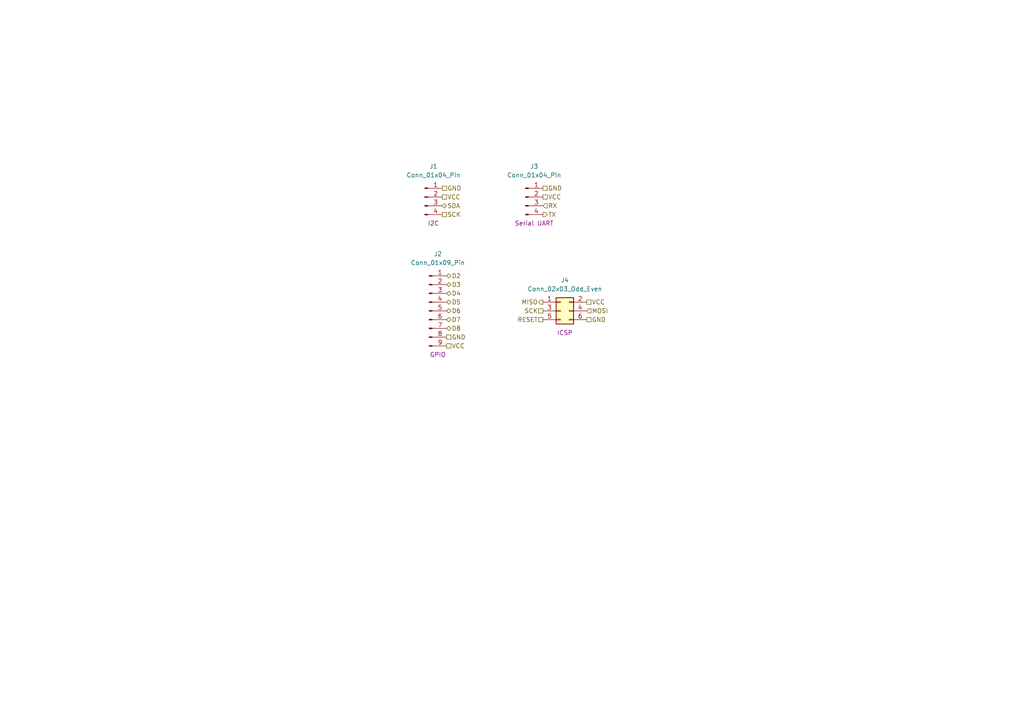
<source format=kicad_sch>
(kicad_sch (version 20230121) (generator eeschema)
  (paper "A4")
  (lib_symbols
    (symbol "Connector:Conn_01x04_Pin" (pin_names (offset 1.016) hide)
      (property "Reference" "J" (at 0 5.08 0))
      (property "Value" "Conn_01x04_Pin" (at 0 -7.62 0))
      (symbol "Conn_01x04_Pin_1_1"
        (polyline (pts (xy 1.27 -5.08) (xy 0.8636 -5.08)) (stroke (width 0.1524)))
        (polyline (pts (xy 1.27 -2.54) (xy 0.8636 -2.54)) (stroke (width 0.1524)))
        (polyline (pts (xy 1.27 0) (xy 0.8636 0)) (stroke (width 0.1524)))
        (polyline (pts (xy 1.27 2.54) (xy 0.8636 2.54)) (stroke (width 0.1524)))
        (rectangle (start 0.8636 -4.953) (end 0 -5.207) (stroke (width 0.1524)) (fill (type outline)))
        (rectangle (start 0.8636 -2.413) (end 0 -2.667) (stroke (width 0.1524)) (fill (type outline)))
        (rectangle (start 0.8636 0.127) (end 0 -0.127) (stroke (width 0.1524)) (fill (type outline)))
        (rectangle (start 0.8636 2.667) (end 0 2.413) (stroke (width 0.1524)) (fill (type outline)))
        (pin passive line (at 5.08 2.54 180) (length 3.81) (name "Pin_1") (number "1"))
        (pin passive line (at 5.08 0 180) (length 3.81) (name "Pin_2") (number "2"))
        (pin passive line (at 5.08 -2.54 180) (length 3.81) (name "Pin_3") (number "3"))
        (pin passive line (at 5.08 -5.08 180) (length 3.81) (name "Pin_4") (number "4"))
      )
    )
    (symbol "Connector:Conn_01x09_Pin" (pin_names (offset 1.016) hide)
      (property "Reference" "J" (at 0 12.7 0))
      (property "Value" "Conn_01x09_Pin" (at 0 -12.7 0))
      (symbol "Conn_01x09_Pin_1_1"
        (polyline (pts (xy 1.27 -10.16) (xy 0.8636 -10.16)) (stroke (width 0.1524)))
        (polyline (pts (xy 1.27 -7.62) (xy 0.8636 -7.62)) (stroke (width 0.1524)))
        (polyline (pts (xy 1.27 -5.08) (xy 0.8636 -5.08)) (stroke (width 0.1524)))
        (polyline (pts (xy 1.27 -2.54) (xy 0.8636 -2.54)) (stroke (width 0.1524)))
        (polyline (pts (xy 1.27 0) (xy 0.8636 0)) (stroke (width 0.1524)))
        (polyline (pts (xy 1.27 2.54) (xy 0.8636 2.54)) (stroke (width 0.1524)))
        (polyline (pts (xy 1.27 5.08) (xy 0.8636 5.08)) (stroke (width 0.1524)))
        (polyline (pts (xy 1.27 7.62) (xy 0.8636 7.62)) (stroke (width 0.1524)))
        (polyline (pts (xy 1.27 10.16) (xy 0.8636 10.16)) (stroke (width 0.1524)))
        (rectangle (start 0.8636 -10.033) (end 0 -10.287) (stroke (width 0.1524)) (fill (type outline)))
        (rectangle (start 0.8636 -7.493) (end 0 -7.747) (stroke (width 0.1524)) (fill (type outline)))
        (rectangle (start 0.8636 -4.953) (end 0 -5.207) (stroke (width 0.1524)) (fill (type outline)))
        (rectangle (start 0.8636 -2.413) (end 0 -2.667) (stroke (width 0.1524)) (fill (type outline)))
        (rectangle (start 0.8636 0.127) (end 0 -0.127) (stroke (width 0.1524)) (fill (type outline)))
        (rectangle (start 0.8636 2.667) (end 0 2.413) (stroke (width 0.1524)) (fill (type outline)))
        (rectangle (start 0.8636 5.207) (end 0 4.953) (stroke (width 0.1524)) (fill (type outline)))
        (rectangle (start 0.8636 7.747) (end 0 7.493) (stroke (width 0.1524)) (fill (type outline)))
        (rectangle (start 0.8636 10.287) (end 0 10.033) (stroke (width 0.1524)) (fill (type outline)))
        (pin passive line (at 5.08 10.16 180) (length 3.81) (name "Pin_1") (number "1"))
        (pin passive line (at 5.08 7.62 180) (length 3.81) (name "Pin_2") (number "2"))
        (pin passive line (at 5.08 5.08 180) (length 3.81) (name "Pin_3") (number "3"))
        (pin passive line (at 5.08 2.54 180) (length 3.81) (name "Pin_4") (number "4"))
        (pin passive line (at 5.08 0 180) (length 3.81) (name "Pin_5") (number "5"))
        (pin passive line (at 5.08 -2.54 180) (length 3.81) (name "Pin_6") (number "6"))
        (pin passive line (at 5.08 -5.08 180) (length 3.81) (name "Pin_7") (number "7"))
        (pin passive line (at 5.08 -7.62 180) (length 3.81) (name "Pin_8") (number "8"))
        (pin passive line (at 5.08 -10.16 180) (length 3.81) (name "Pin_9") (number "9"))
      )
    )
    (symbol "Connector_Generic:Conn_02x03_Odd_Even" (pin_names (offset 1.016) hide)
      (property "Reference" "J" (at 1.27 5.08 0))
      (property "Value" "Conn_02x03_Odd_Even" (at 1.27 -5.08 0))
      (symbol "Conn_02x03_Odd_Even_1_1"
        (rectangle (start -1.27 -2.413) (end 0 -2.667) (stroke (width 0.1524)))
        (rectangle (start -1.27 0.127) (end 0 -0.127) (stroke (width 0.1524)))
        (rectangle (start -1.27 2.667) (end 0 2.413) (stroke (width 0.1524)))
        (rectangle (start -1.27 3.81) (end 3.81 -3.81) (stroke (width 0.254)) (fill (type background)))
        (rectangle (start 3.81 -2.413) (end 2.54 -2.667) (stroke (width 0.1524)))
        (rectangle (start 3.81 0.127) (end 2.54 -0.127) (stroke (width 0.1524)))
        (rectangle (start 3.81 2.667) (end 2.54 2.413) (stroke (width 0.1524)))
        (pin passive line (at -5.08 2.54 0) (length 3.81) (name "Pin_1") (number "1"))
        (pin passive line (at 7.62 2.54 180) (length 3.81) (name "Pin_2") (number "2"))
        (pin passive line (at -5.08 0 0) (length 3.81) (name "Pin_3") (number "3"))
        (pin passive line (at 7.62 0 180) (length 3.81) (name "Pin_4") (number "4"))
        (pin passive line (at -5.08 -2.54 0) (length 3.81) (name "Pin_5") (number "5"))
        (pin passive line (at 7.62 -2.54 180) (length 3.81) (name "Pin_6") (number "6"))
      )
    )
  )
  (hierarchical_label "D5" (shape bidirectional) (at 129.54 87.63 0))
  (hierarchical_label "VCC" (shape passive) (at 129.54 100.33 0))
  (hierarchical_label "VCC" (shape passive) (at 157.48 57.15 0))
  (hierarchical_label "VCC" (shape passive) (at 128.27 57.15 0))
  (hierarchical_label "D4" (shape bidirectional) (at 129.54 85.09 0))
  (hierarchical_label "RESET" (shape passive) (at 157.48 92.71 180))
  (hierarchical_label "MOSI" (shape input) (at 170.18 90.17 0))
  (hierarchical_label "SCK" (shape passive) (at 128.27 62.23 0))
  (hierarchical_label "GND" (shape passive) (at 129.54 97.79 0))
  (hierarchical_label "TX" (shape output) (at 157.48 62.23 0))
  (hierarchical_label "D8" (shape bidirectional) (at 129.54 95.25 0))
  (hierarchical_label "RX" (shape input) (at 157.48 59.69 0))
  (hierarchical_label "D6" (shape bidirectional) (at 129.54 90.17 0))
  (hierarchical_label "MISO" (shape output) (at 157.48 87.63 180))
  (hierarchical_label "VCC" (shape passive) (at 170.18 87.63 0))
  (hierarchical_label "GND" (shape passive) (at 170.18 92.71 0))
  (hierarchical_label "D2" (shape bidirectional) (at 129.54 80.01 0))
  (hierarchical_label "D7" (shape bidirectional) (at 129.54 92.71 0))
  (hierarchical_label "GND" (shape passive) (at 128.27 54.61 0))
  (hierarchical_label "SCK" (shape passive) (at 157.48 90.17 180))
  (hierarchical_label "GND" (shape passive) (at 157.48 54.61 0))
  (hierarchical_label "SDA" (shape bidirectional) (at 128.27 59.69 0))
  (hierarchical_label "D3" (shape bidirectional) (at 129.54 82.55 0))
  (symbol (lib_id "Connector:Conn_01x09_Pin") (at 124.46 90.17 0) (unit 1)
    (property "Reference" "J2" (at 127 73.66 0))
    (property "Value" "Conn_01x09_Pin" (at 127 76.2 0))
    (property "Footprint" "Connector_PinHeader_2.54mm:PinHeader_1x09_P2.54mm_Vertical" (effects hide))
    (property "Purpose" "GPIO" (at 127 102.87 0))
  )
  (symbol (lib_id "Connector:Conn_01x04_Pin") (at 152.4 57.15 0) (unit 1)
    (property "Reference" "J3" (at 154.94 48.26 0))
    (property "Value" "Conn_01x04_Pin" (at 154.94 50.8 0))
    (property "Footprint" "Connector_PinHeader_2.54mm:PinHeader_1x04_P2.54mm_Vertical" (effects hide))
    (property "Purpose" "Serial UART" (at 154.94 64.77 0))
  )
  (symbol (lib_id "Connector:Conn_01x04_Pin") (at 123.19 57.15 0) (unit 1)
    (property "Reference" "J1" (at 125.73 48.26 0))
    (property "Value" "Conn_01x04_Pin" (at 125.73 50.8 0))
    (property "Footprint" "Connector_PinHeader_2.54mm:PinHeader_1x04_P2.54mm_Vertical" (effects hide))
    (property "Purpose" "I2C" (at 125.73 64.77 0))
  )
  (symbol (lib_id "Connector_Generic:Conn_02x03_Odd_Even") (at 162.56 90.17 0) (unit 1)
    (property "Reference" "J4" (at 163.83 81.28 0))
    (property "Value" "Conn_02x03_Odd_Even" (at 163.83 83.82 0))
    (property "Footprint" "Connector_PinHeader_2.54mm:PinHeader_2x03_P2.54mm_Vertical" (effects hide))
    (property "Purpose" "ICSP" (at 163.83 96.52 0))
  )
)
</source>
